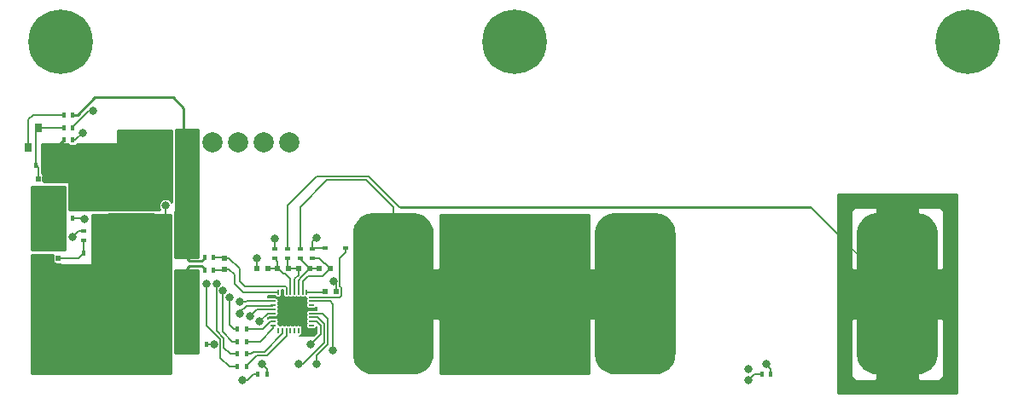
<source format=gtl>
G04 #@! TF.GenerationSoftware,KiCad,Pcbnew,5.0-dev-unknown-bc6763e~61~ubuntu16.04.1*
G04 #@! TF.CreationDate,2018-04-03T01:47:12-04:00*
G04 #@! TF.ProjectId,SB-4S5A,53422D345335412E6B696361645F7063,rev?*
G04 #@! TF.SameCoordinates,Original*
G04 #@! TF.FileFunction,Copper,L1,Top,Signal*
G04 #@! TF.FilePolarity,Positive*
%FSLAX46Y46*%
G04 Gerber Fmt 4.6, Leading zero omitted, Abs format (unit mm)*
G04 Created by KiCad (PCBNEW 5.0-dev-unknown-bc6763e~61~ubuntu16.04.1) date Tue Apr  3 01:47:12 2018*
%MOMM*%
%LPD*%
G01*
G04 APERTURE LIST*
%ADD10C,6.400000*%
%ADD11R,0.400000X0.600000*%
%ADD12C,0.100000*%
%ADD13C,8.000000*%
%ADD14R,0.600000X0.500000*%
%ADD15R,0.500000X0.600000*%
%ADD16R,0.600000X0.450000*%
%ADD17R,1.230000X0.950000*%
%ADD18R,0.500000X0.630000*%
%ADD19R,0.800000X0.900000*%
%ADD20R,0.600000X0.400000*%
%ADD21R,1.700000X0.900000*%
%ADD22O,0.200000X0.600000*%
%ADD23O,0.600000X0.200000*%
%ADD24R,1.400000X1.400000*%
%ADD25C,2.000000*%
%ADD26R,2.000000X2.000000*%
%ADD27C,0.800000*%
%ADD28C,0.200000*%
%ADD29C,0.250000*%
%ADD30C,0.254000*%
%ADD31C,0.160000*%
G04 APERTURE END LIST*
D10*
X75000000Y-65000000D03*
X120000000Y-65000000D03*
X165000000Y-65000000D03*
D11*
X88550000Y-95000000D03*
X89450000Y-95000000D03*
D12*
G36*
X160196034Y-82009631D02*
X160390181Y-82038429D01*
X160580569Y-82086119D01*
X160765367Y-82152241D01*
X160942793Y-82236157D01*
X161111140Y-82337061D01*
X161268787Y-82453979D01*
X161414214Y-82585786D01*
X161546021Y-82731213D01*
X161662939Y-82888860D01*
X161763843Y-83057207D01*
X161847759Y-83234633D01*
X161913881Y-83419431D01*
X161961571Y-83609819D01*
X161990369Y-83803966D01*
X162000000Y-84000000D01*
X162000000Y-96000000D01*
X161990369Y-96196034D01*
X161961571Y-96390181D01*
X161913881Y-96580569D01*
X161847759Y-96765367D01*
X161763843Y-96942793D01*
X161662939Y-97111140D01*
X161546021Y-97268787D01*
X161414214Y-97414214D01*
X161268787Y-97546021D01*
X161111140Y-97662939D01*
X160942793Y-97763843D01*
X160765367Y-97847759D01*
X160580569Y-97913881D01*
X160390181Y-97961571D01*
X160196034Y-97990369D01*
X160000000Y-98000000D01*
X156000000Y-98000000D01*
X155803966Y-97990369D01*
X155609819Y-97961571D01*
X155419431Y-97913881D01*
X155234633Y-97847759D01*
X155057207Y-97763843D01*
X154888860Y-97662939D01*
X154731213Y-97546021D01*
X154585786Y-97414214D01*
X154453979Y-97268787D01*
X154337061Y-97111140D01*
X154236157Y-96942793D01*
X154152241Y-96765367D01*
X154086119Y-96580569D01*
X154038429Y-96390181D01*
X154009631Y-96196034D01*
X154000000Y-96000000D01*
X154000000Y-84000000D01*
X154009631Y-83803966D01*
X154038429Y-83609819D01*
X154086119Y-83419431D01*
X154152241Y-83234633D01*
X154236157Y-83057207D01*
X154337061Y-82888860D01*
X154453979Y-82731213D01*
X154585786Y-82585786D01*
X154731213Y-82453979D01*
X154888860Y-82337061D01*
X155057207Y-82236157D01*
X155234633Y-82152241D01*
X155419431Y-82086119D01*
X155609819Y-82038429D01*
X155803966Y-82009631D01*
X156000000Y-82000000D01*
X160000000Y-82000000D01*
X160196034Y-82009631D01*
X160196034Y-82009631D01*
G37*
D13*
X158000000Y-90000000D03*
D12*
G36*
X134196034Y-82009631D02*
X134390181Y-82038429D01*
X134580569Y-82086119D01*
X134765367Y-82152241D01*
X134942793Y-82236157D01*
X135111140Y-82337061D01*
X135268787Y-82453979D01*
X135414214Y-82585786D01*
X135546021Y-82731213D01*
X135662939Y-82888860D01*
X135763843Y-83057207D01*
X135847759Y-83234633D01*
X135913881Y-83419431D01*
X135961571Y-83609819D01*
X135990369Y-83803966D01*
X136000000Y-84000000D01*
X136000000Y-96000000D01*
X135990369Y-96196034D01*
X135961571Y-96390181D01*
X135913881Y-96580569D01*
X135847759Y-96765367D01*
X135763843Y-96942793D01*
X135662939Y-97111140D01*
X135546021Y-97268787D01*
X135414214Y-97414214D01*
X135268787Y-97546021D01*
X135111140Y-97662939D01*
X134942793Y-97763843D01*
X134765367Y-97847759D01*
X134580569Y-97913881D01*
X134390181Y-97961571D01*
X134196034Y-97990369D01*
X134000000Y-98000000D01*
X130000000Y-98000000D01*
X129803966Y-97990369D01*
X129609819Y-97961571D01*
X129419431Y-97913881D01*
X129234633Y-97847759D01*
X129057207Y-97763843D01*
X128888860Y-97662939D01*
X128731213Y-97546021D01*
X128585786Y-97414214D01*
X128453979Y-97268787D01*
X128337061Y-97111140D01*
X128236157Y-96942793D01*
X128152241Y-96765367D01*
X128086119Y-96580569D01*
X128038429Y-96390181D01*
X128009631Y-96196034D01*
X128000000Y-96000000D01*
X128000000Y-84000000D01*
X128009631Y-83803966D01*
X128038429Y-83609819D01*
X128086119Y-83419431D01*
X128152241Y-83234633D01*
X128236157Y-83057207D01*
X128337061Y-82888860D01*
X128453979Y-82731213D01*
X128585786Y-82585786D01*
X128731213Y-82453979D01*
X128888860Y-82337061D01*
X129057207Y-82236157D01*
X129234633Y-82152241D01*
X129419431Y-82086119D01*
X129609819Y-82038429D01*
X129803966Y-82009631D01*
X130000000Y-82000000D01*
X134000000Y-82000000D01*
X134196034Y-82009631D01*
X134196034Y-82009631D01*
G37*
D13*
X132000000Y-90000000D03*
D12*
G36*
X110196034Y-82009631D02*
X110390181Y-82038429D01*
X110580569Y-82086119D01*
X110765367Y-82152241D01*
X110942793Y-82236157D01*
X111111140Y-82337061D01*
X111268787Y-82453979D01*
X111414214Y-82585786D01*
X111546021Y-82731213D01*
X111662939Y-82888860D01*
X111763843Y-83057207D01*
X111847759Y-83234633D01*
X111913881Y-83419431D01*
X111961571Y-83609819D01*
X111990369Y-83803966D01*
X112000000Y-84000000D01*
X112000000Y-96000000D01*
X111990369Y-96196034D01*
X111961571Y-96390181D01*
X111913881Y-96580569D01*
X111847759Y-96765367D01*
X111763843Y-96942793D01*
X111662939Y-97111140D01*
X111546021Y-97268787D01*
X111414214Y-97414214D01*
X111268787Y-97546021D01*
X111111140Y-97662939D01*
X110942793Y-97763843D01*
X110765367Y-97847759D01*
X110580569Y-97913881D01*
X110390181Y-97961571D01*
X110196034Y-97990369D01*
X110000000Y-98000000D01*
X106000000Y-98000000D01*
X105803966Y-97990369D01*
X105609819Y-97961571D01*
X105419431Y-97913881D01*
X105234633Y-97847759D01*
X105057207Y-97763843D01*
X104888860Y-97662939D01*
X104731213Y-97546021D01*
X104585786Y-97414214D01*
X104453979Y-97268787D01*
X104337061Y-97111140D01*
X104236157Y-96942793D01*
X104152241Y-96765367D01*
X104086119Y-96580569D01*
X104038429Y-96390181D01*
X104009631Y-96196034D01*
X104000000Y-96000000D01*
X104000000Y-84000000D01*
X104009631Y-83803966D01*
X104038429Y-83609819D01*
X104086119Y-83419431D01*
X104152241Y-83234633D01*
X104236157Y-83057207D01*
X104337061Y-82888860D01*
X104453979Y-82731213D01*
X104585786Y-82585786D01*
X104731213Y-82453979D01*
X104888860Y-82337061D01*
X105057207Y-82236157D01*
X105234633Y-82152241D01*
X105419431Y-82086119D01*
X105609819Y-82038429D01*
X105803966Y-82009631D01*
X106000000Y-82000000D01*
X110000000Y-82000000D01*
X110196034Y-82009631D01*
X110196034Y-82009631D01*
G37*
D13*
X108000000Y-90000000D03*
D12*
G36*
X84196034Y-82009631D02*
X84390181Y-82038429D01*
X84580569Y-82086119D01*
X84765367Y-82152241D01*
X84942793Y-82236157D01*
X85111140Y-82337061D01*
X85268787Y-82453979D01*
X85414214Y-82585786D01*
X85546021Y-82731213D01*
X85662939Y-82888860D01*
X85763843Y-83057207D01*
X85847759Y-83234633D01*
X85913881Y-83419431D01*
X85961571Y-83609819D01*
X85990369Y-83803966D01*
X86000000Y-84000000D01*
X86000000Y-96000000D01*
X85990369Y-96196034D01*
X85961571Y-96390181D01*
X85913881Y-96580569D01*
X85847759Y-96765367D01*
X85763843Y-96942793D01*
X85662939Y-97111140D01*
X85546021Y-97268787D01*
X85414214Y-97414214D01*
X85268787Y-97546021D01*
X85111140Y-97662939D01*
X84942793Y-97763843D01*
X84765367Y-97847759D01*
X84580569Y-97913881D01*
X84390181Y-97961571D01*
X84196034Y-97990369D01*
X84000000Y-98000000D01*
X80000000Y-98000000D01*
X79803966Y-97990369D01*
X79609819Y-97961571D01*
X79419431Y-97913881D01*
X79234633Y-97847759D01*
X79057207Y-97763843D01*
X78888860Y-97662939D01*
X78731213Y-97546021D01*
X78585786Y-97414214D01*
X78453979Y-97268787D01*
X78337061Y-97111140D01*
X78236157Y-96942793D01*
X78152241Y-96765367D01*
X78086119Y-96580569D01*
X78038429Y-96390181D01*
X78009631Y-96196034D01*
X78000000Y-96000000D01*
X78000000Y-84000000D01*
X78009631Y-83803966D01*
X78038429Y-83609819D01*
X78086119Y-83419431D01*
X78152241Y-83234633D01*
X78236157Y-83057207D01*
X78337061Y-82888860D01*
X78453979Y-82731213D01*
X78585786Y-82585786D01*
X78731213Y-82453979D01*
X78888860Y-82337061D01*
X79057207Y-82236157D01*
X79234633Y-82152241D01*
X79419431Y-82086119D01*
X79609819Y-82038429D01*
X79803966Y-82009631D01*
X80000000Y-82000000D01*
X84000000Y-82000000D01*
X84196034Y-82009631D01*
X84196034Y-82009631D01*
G37*
D13*
X82000000Y-90000000D03*
D14*
X101775000Y-87500000D03*
X100675000Y-87500000D03*
X98600000Y-87500000D03*
X99700000Y-87500000D03*
X96525000Y-87500000D03*
X97625000Y-87500000D03*
X95550000Y-87500000D03*
X94450000Y-87500000D03*
D15*
X91225000Y-87550000D03*
X91225000Y-86450000D03*
D14*
X101200000Y-89750000D03*
X102300000Y-89750000D03*
D16*
X101200000Y-85500000D03*
X103300000Y-85500000D03*
D17*
X73170000Y-85090000D03*
X74390000Y-85090000D03*
X73170000Y-84140000D03*
X74390000Y-84140000D03*
D18*
X72810000Y-83560000D03*
X73450000Y-83560000D03*
X74110000Y-83560000D03*
X74750000Y-83560000D03*
X74750000Y-86440000D03*
X74110000Y-86440000D03*
X73450000Y-86440000D03*
X72810000Y-86440000D03*
X74690000Y-78580000D03*
X74050000Y-78580000D03*
X73390000Y-78580000D03*
X72750000Y-78580000D03*
X72750000Y-81460000D03*
X73390000Y-81460000D03*
X74050000Y-81460000D03*
X74690000Y-81460000D03*
D17*
X73110000Y-80880000D03*
X74330000Y-80880000D03*
X73110000Y-79930000D03*
X74330000Y-79930000D03*
D19*
X72750000Y-73500000D03*
X73700000Y-75500000D03*
X71800000Y-75500000D03*
D20*
X100000000Y-85550000D03*
X100000000Y-86450000D03*
X98750000Y-86450000D03*
X98750000Y-85550000D03*
X97500000Y-85550000D03*
X97500000Y-86450000D03*
X96250000Y-86450000D03*
X96250000Y-85550000D03*
D11*
X89275000Y-87625000D03*
X90175000Y-87625000D03*
D21*
X87500000Y-88450000D03*
X87500000Y-85550000D03*
D11*
X90175000Y-86375000D03*
X89275000Y-86375000D03*
X78200000Y-86000000D03*
X77300000Y-86000000D03*
D20*
X77250000Y-83800000D03*
X77250000Y-84700000D03*
D11*
X75300000Y-82500000D03*
X76200000Y-82500000D03*
X72550000Y-77250000D03*
X73450000Y-77250000D03*
X76200000Y-73500000D03*
X75300000Y-73500000D03*
X76200000Y-72250000D03*
X75300000Y-72250000D03*
X76200000Y-74750000D03*
X75300000Y-74750000D03*
X92550000Y-96000000D03*
X93450000Y-96000000D03*
X93450000Y-97250000D03*
X92550000Y-97250000D03*
X94550000Y-98000000D03*
X95450000Y-98000000D03*
X145450000Y-98000000D03*
X144550000Y-98000000D03*
D22*
X99400000Y-89850000D03*
X99000000Y-89850000D03*
X98600000Y-89850000D03*
X98200000Y-89850000D03*
X97800000Y-89850000D03*
X97400000Y-89850000D03*
X97000000Y-89850000D03*
X96600000Y-89850000D03*
D23*
X96100000Y-90350000D03*
X96100000Y-90750000D03*
X96100000Y-91150000D03*
X96100000Y-91550000D03*
X96100000Y-91950000D03*
X96100000Y-92350000D03*
X96100000Y-92750000D03*
X96100000Y-93150000D03*
D22*
X96600000Y-93650000D03*
X97000000Y-93650000D03*
X97400000Y-93650000D03*
X97800000Y-93650000D03*
X98200000Y-93650000D03*
X98600000Y-93650000D03*
X99000000Y-93650000D03*
X99400000Y-93650000D03*
D23*
X99900000Y-93150000D03*
X99900000Y-92750000D03*
X99900000Y-92350000D03*
X99900000Y-91950000D03*
X99900000Y-91550000D03*
X99900000Y-91150000D03*
X99900000Y-90750000D03*
X99900000Y-90350000D03*
D24*
X98000000Y-91750000D03*
D11*
X92550000Y-93500000D03*
X93450000Y-93500000D03*
X93450000Y-94750000D03*
X92550000Y-94750000D03*
D25*
X97700000Y-75000000D03*
X95160000Y-75000000D03*
X92620000Y-75000000D03*
X90080000Y-75000000D03*
X87540000Y-75000000D03*
D26*
X85000000Y-75000000D03*
D27*
X90199990Y-95000000D03*
X102067992Y-88750000D03*
X85400000Y-81250000D03*
X100390104Y-84429149D03*
X153000000Y-85000000D03*
X145000000Y-97000000D03*
X95000000Y-97000000D03*
X94500000Y-86500000D03*
X98000000Y-91750000D03*
X92800000Y-90800000D03*
X93000000Y-98600000D03*
X143200000Y-98600000D03*
X92800000Y-92000000D03*
X93800000Y-92200000D03*
X143250000Y-97500000D03*
X94750000Y-92750000D03*
X153000000Y-98000000D03*
X153000000Y-97000000D03*
X153000000Y-96000000D03*
X153000000Y-95000000D03*
X153000000Y-94000000D03*
X153000000Y-93000000D03*
X153000000Y-92000000D03*
X153000000Y-91000000D03*
X153000000Y-90000000D03*
X153000000Y-89000000D03*
X153000000Y-88000000D03*
X153000000Y-87000000D03*
X153000000Y-86000000D03*
X153000000Y-84000000D03*
X153000000Y-83000000D03*
X153000000Y-82000000D03*
X154000000Y-81000000D03*
X155000000Y-81000000D03*
X156000000Y-81000000D03*
X157000000Y-81000000D03*
X158000000Y-81000000D03*
X159000000Y-81000000D03*
X160000000Y-81000000D03*
X161000000Y-81000000D03*
X162000000Y-81000000D03*
X163000000Y-82000000D03*
X163000000Y-83000000D03*
X163000000Y-84000000D03*
X163000000Y-85000000D03*
X163000000Y-86000000D03*
X163000000Y-87000000D03*
X163000000Y-88000000D03*
X163000000Y-89000000D03*
X163000000Y-90000000D03*
X163000000Y-91000000D03*
X163000000Y-92000000D03*
X163000000Y-93000000D03*
X163000000Y-94000000D03*
X163000000Y-95000000D03*
X163000000Y-96000000D03*
X163000000Y-97000000D03*
X163000000Y-98000000D03*
X162000000Y-99000000D03*
X161000000Y-99000000D03*
X160000000Y-99000000D03*
X159000000Y-99000000D03*
X158000000Y-99000000D03*
X157000000Y-99000000D03*
X156000000Y-99000000D03*
X155000000Y-99000000D03*
X154000000Y-99000000D03*
X96200000Y-84550000D03*
X88250000Y-94000000D03*
X88250000Y-93000000D03*
X88250000Y-92000000D03*
X88250000Y-91000000D03*
X88250000Y-90000000D03*
X86750000Y-90000000D03*
X86750000Y-91000000D03*
X86750000Y-92000000D03*
X86750000Y-93000000D03*
X86750000Y-94000000D03*
X86750000Y-95000000D03*
X87500000Y-89250000D03*
X90450000Y-89000000D03*
X89500000Y-89000000D03*
X91100000Y-89700000D03*
X91750000Y-90400000D03*
X102000000Y-95600000D03*
X76200000Y-84400000D03*
X99800000Y-95000000D03*
X77400000Y-82600000D03*
X100400000Y-97000000D03*
X78200000Y-71800000D03*
X77200000Y-74000000D03*
X98600000Y-97000000D03*
D28*
X89450000Y-95000000D02*
X90199990Y-95000000D01*
X102300000Y-89750000D02*
X102300000Y-88982008D01*
X102300000Y-88982008D02*
X102067992Y-88750000D01*
D29*
X78400000Y-70500000D02*
X86140000Y-70500000D01*
X86140000Y-70500000D02*
X87190000Y-71550000D01*
D28*
X96100000Y-91950000D02*
X95550000Y-91950000D01*
X95550000Y-91950000D02*
X94750000Y-92750000D01*
X101425000Y-78725000D02*
X98750000Y-81400000D01*
X98750000Y-81400000D02*
X98750000Y-85150000D01*
X105300000Y-78725000D02*
X108000000Y-81425000D01*
X108000000Y-81425000D02*
X108000000Y-90000000D01*
X101425000Y-78725000D02*
X105300000Y-78725000D01*
X98750000Y-85550000D02*
X98750000Y-85150000D01*
X85400000Y-81250000D02*
X85400000Y-86600000D01*
X85400000Y-86600000D02*
X82000000Y-90000000D01*
X100000000Y-85550000D02*
X100000000Y-84819253D01*
X100000000Y-84819253D02*
X100390104Y-84429149D01*
X100405020Y-78324990D02*
X97500000Y-81230010D01*
X97500000Y-81230010D02*
X97500000Y-84980010D01*
X100405020Y-78324990D02*
X105524990Y-78324990D01*
X105524990Y-78324990D02*
X108600000Y-81400000D01*
X97500000Y-85550000D02*
X97500000Y-84980010D01*
D29*
X149400000Y-81400000D02*
X108700000Y-81400000D01*
D28*
X145450000Y-98000000D02*
X145450000Y-97450000D01*
X145450000Y-97450000D02*
X145000000Y-97000000D01*
X95450000Y-98000000D02*
X95450000Y-97450000D01*
X95450000Y-97450000D02*
X95000000Y-97000000D01*
X94450000Y-87500000D02*
X94450000Y-86550000D01*
X94450000Y-86550000D02*
X94500000Y-86500000D01*
D29*
X73700000Y-75500000D02*
X74550000Y-75500000D01*
X74550000Y-75500000D02*
X75300000Y-74750000D01*
D28*
X71800000Y-72700000D02*
X72250000Y-72250000D01*
X72250000Y-72250000D02*
X75300000Y-72250000D01*
X71800000Y-75500000D02*
X71800000Y-72700000D01*
D29*
X87750000Y-86750000D02*
X87500000Y-86500000D01*
X87500000Y-86500000D02*
X87500000Y-85550000D01*
X89000000Y-86750000D02*
X87750000Y-86750000D01*
X89275000Y-86475000D02*
X89000000Y-86750000D01*
X89275000Y-86375000D02*
X89275000Y-86475000D01*
X87190000Y-71550000D02*
X87190000Y-74000000D01*
X76200000Y-72250000D02*
X76650000Y-72250000D01*
X76650000Y-72250000D02*
X78400000Y-70500000D01*
D28*
X92800000Y-90800000D02*
X93365685Y-90800000D01*
X93365685Y-90800000D02*
X93415685Y-90750000D01*
X93415685Y-90750000D02*
X95600000Y-90750000D01*
X95600000Y-90750000D02*
X96100000Y-90750000D01*
X93550000Y-98600000D02*
X93000000Y-98600000D01*
X94550000Y-98000000D02*
X94150000Y-98000000D01*
X94150000Y-98000000D02*
X93550000Y-98600000D01*
X144550000Y-98000000D02*
X143800000Y-98000000D01*
X143800000Y-98000000D02*
X143200000Y-98600000D01*
X93410010Y-91189990D02*
X92800000Y-91800000D01*
X92800000Y-91800000D02*
X92800000Y-92000000D01*
X96100000Y-91150000D02*
X96050000Y-91150000D01*
X96050000Y-91150000D02*
X96010010Y-91189990D01*
X96010010Y-91189990D02*
X93410010Y-91189990D01*
X96100000Y-91550000D02*
X94450000Y-91550000D01*
X94450000Y-91550000D02*
X93800000Y-92200000D01*
X101200000Y-85500000D02*
X100050000Y-85500000D01*
X100050000Y-85500000D02*
X100000000Y-85550000D01*
X149400000Y-81400000D02*
X158000000Y-90000000D01*
X96250000Y-85550000D02*
X96250000Y-84600000D01*
X96250000Y-84600000D02*
X96200000Y-84550000D01*
D29*
X89275000Y-87625000D02*
X89275000Y-87525000D01*
X89275000Y-87525000D02*
X89000000Y-87250000D01*
X87750000Y-87250000D02*
X89000000Y-87250000D01*
X87500000Y-87500000D02*
X87750000Y-87250000D01*
X87500000Y-88450000D02*
X87500000Y-87500000D01*
D28*
X99000000Y-89850000D02*
X99000000Y-88759131D01*
X101000000Y-88250000D02*
X101000000Y-88225000D01*
X99509130Y-88250000D02*
X101000000Y-88250000D01*
X99000000Y-88759131D02*
X99509130Y-88250000D01*
X101000000Y-88225000D02*
X101725000Y-87500000D01*
X101193002Y-87000000D02*
X101225000Y-87000000D01*
X101225000Y-87000000D02*
X101725000Y-87500000D01*
X101725000Y-87500000D02*
X101775000Y-87500000D01*
X100000000Y-86450000D02*
X100643002Y-86450000D01*
X100643002Y-86450000D02*
X101193002Y-87000000D01*
X98600000Y-89850000D02*
X98600000Y-88650000D01*
X98600000Y-88650000D02*
X98879989Y-88370011D01*
X98750000Y-86450000D02*
X98750000Y-86550000D01*
X98750000Y-86550000D02*
X99700000Y-87500000D01*
X98879989Y-88370011D02*
X99750000Y-87500000D01*
X99700000Y-87500000D02*
X100675000Y-87500000D01*
X98200000Y-88550000D02*
X98200000Y-89850000D01*
X98200000Y-88550000D02*
X98600000Y-88150000D01*
X98600000Y-88150000D02*
X98600000Y-87500000D01*
X97500000Y-86450000D02*
X97500000Y-87375000D01*
X97500000Y-87375000D02*
X97625000Y-87500000D01*
X97625000Y-87500000D02*
X98600000Y-87500000D01*
X97575000Y-87500000D02*
X97625000Y-87500000D01*
X97800000Y-89850000D02*
X97800000Y-88550000D01*
X96525000Y-87500000D02*
X96575000Y-87500000D01*
X96575000Y-87500000D02*
X97075000Y-88000000D01*
X97075000Y-88000000D02*
X97250000Y-88000000D01*
X97800000Y-88550000D02*
X97250000Y-88000000D01*
X96250000Y-86500000D02*
X96525000Y-86775000D01*
X96525000Y-86775000D02*
X96525000Y-87500000D01*
X96250000Y-86450000D02*
X96250000Y-86500000D01*
X95550000Y-87500000D02*
X96525000Y-87500000D01*
X92250000Y-89000000D02*
X93100000Y-89850000D01*
X93100000Y-89850000D02*
X96600000Y-89850000D01*
X92250000Y-88125000D02*
X92250000Y-89000000D01*
X91225000Y-87550000D02*
X91675000Y-87550000D01*
X91675000Y-87550000D02*
X92250000Y-88125000D01*
X90175000Y-87625000D02*
X91150000Y-87625000D01*
X91150000Y-87625000D02*
X91225000Y-87550000D01*
X92750000Y-87525000D02*
X92750000Y-88750000D01*
X91675000Y-86450000D02*
X92750000Y-87525000D01*
X91225000Y-86450000D02*
X91675000Y-86450000D01*
X97400000Y-89350000D02*
X97400000Y-89850000D01*
X92750000Y-88750000D02*
X93250000Y-89250000D01*
X93250000Y-89250000D02*
X97300000Y-89250000D01*
X97300000Y-89250000D02*
X97400000Y-89350000D01*
X90175000Y-86375000D02*
X91150000Y-86375000D01*
X91150000Y-86375000D02*
X91225000Y-86450000D01*
X99400000Y-89850000D02*
X101100000Y-89850000D01*
X101100000Y-89850000D02*
X101200000Y-89750000D01*
X102850001Y-90218001D02*
X102850001Y-89381998D01*
X102718002Y-90350000D02*
X102850001Y-90218001D01*
X102850001Y-89381998D02*
X102718002Y-89249999D01*
X102718002Y-86506998D02*
X103300000Y-85925000D01*
X99900000Y-90350000D02*
X102718002Y-90350000D01*
X102718002Y-89249999D02*
X102718002Y-86506998D01*
X103300000Y-85925000D02*
X103300000Y-85500000D01*
X91200000Y-95400000D02*
X91800000Y-96000000D01*
X91800000Y-96000000D02*
X92550000Y-96000000D01*
X91200000Y-94400000D02*
X91200000Y-95400000D01*
X90450000Y-93650000D02*
X91200000Y-94400000D01*
X90450000Y-89000000D02*
X90450000Y-93650000D01*
X92550000Y-96000000D02*
X92550000Y-96100000D01*
X90850000Y-96350000D02*
X91750000Y-97250000D01*
X91750000Y-97250000D02*
X92550000Y-97250000D01*
X90850000Y-94550000D02*
X90850000Y-96350000D01*
X89500000Y-93200000D02*
X90850000Y-94550000D01*
X89500000Y-89000000D02*
X89500000Y-93200000D01*
X91100000Y-93800000D02*
X92050000Y-94750000D01*
X92050000Y-94750000D02*
X92550000Y-94750000D01*
X91100000Y-89700000D02*
X91100000Y-93800000D01*
X92550000Y-94750000D02*
X92550000Y-94650000D01*
X91750000Y-90400000D02*
X91750000Y-93100000D01*
X91750000Y-93100000D02*
X92150000Y-93500000D01*
X92150000Y-93500000D02*
X92550000Y-93500000D01*
X77300000Y-86000000D02*
X77300000Y-84750000D01*
X77300000Y-84750000D02*
X77250000Y-84700000D01*
X74750000Y-86440000D02*
X76810000Y-86440000D01*
X76810000Y-86440000D02*
X77250000Y-86000000D01*
X72750000Y-78580000D02*
X72750000Y-77450000D01*
X72750000Y-77450000D02*
X72550000Y-77250000D01*
X72550000Y-77250000D02*
X72550000Y-73700000D01*
X72550000Y-73700000D02*
X72750000Y-73500000D01*
X75300000Y-73500000D02*
X72750000Y-73500000D01*
X102000000Y-95600000D02*
X102034315Y-91010000D01*
X102034315Y-91010000D02*
X101774315Y-90750000D01*
X101774315Y-90750000D02*
X100400000Y-90750000D01*
X100400000Y-90750000D02*
X99900000Y-90750000D01*
X77250000Y-83800000D02*
X76800000Y-83800000D01*
X76800000Y-83800000D02*
X76200000Y-84400000D01*
X100800000Y-93150000D02*
X100800000Y-94000000D01*
X100800000Y-94000000D02*
X99800000Y-95000000D01*
X99900000Y-92750000D02*
X100400000Y-92750000D01*
X100400000Y-92750000D02*
X100800000Y-93150000D01*
X76200000Y-82500000D02*
X77300000Y-82500000D01*
X77300000Y-82500000D02*
X77400000Y-82600000D01*
X101520020Y-92520020D02*
X100950000Y-91950000D01*
X100950000Y-91950000D02*
X99900000Y-91950000D01*
X100400000Y-97000000D02*
X100400000Y-96109127D01*
X100400000Y-96109127D02*
X101520020Y-94989107D01*
X101520020Y-94989107D02*
X101520020Y-92520020D01*
X76200000Y-73500000D02*
X76200000Y-73400000D01*
X76200000Y-73400000D02*
X77800000Y-71800000D01*
X77800000Y-71800000D02*
X78200000Y-71800000D01*
X76200000Y-74750000D02*
X76450000Y-74750000D01*
X76450000Y-74750000D02*
X77200000Y-74000000D01*
X101160010Y-94839990D02*
X99000000Y-97000000D01*
X99000000Y-97000000D02*
X98600000Y-97000000D01*
X99900000Y-92350000D02*
X100509130Y-92350000D01*
X100509130Y-92350000D02*
X101160010Y-93000879D01*
X101160010Y-93000879D02*
X101160010Y-94839990D01*
X97400000Y-93650000D02*
X97400000Y-94150000D01*
X97400000Y-94150000D02*
X95449989Y-96100011D01*
X94499989Y-96100011D02*
X93450000Y-97150000D01*
X93450000Y-97150000D02*
X93450000Y-97250000D01*
X95449989Y-96100011D02*
X94499989Y-96100011D01*
X95194988Y-95750000D02*
X94100000Y-95750000D01*
X94100000Y-95750000D02*
X93850000Y-96000000D01*
X93850000Y-96000000D02*
X93450000Y-96000000D01*
X97000000Y-93944988D02*
X95194988Y-95750000D01*
X97000000Y-93650000D02*
X97000000Y-93944988D01*
X93450000Y-93500000D02*
X95055012Y-93500000D01*
X95055012Y-93500000D02*
X95805012Y-92750000D01*
X95805012Y-92750000D02*
X96100000Y-92750000D01*
X93500000Y-93550000D02*
X93450000Y-93500000D01*
X96100000Y-93150000D02*
X96100000Y-93450000D01*
X94800000Y-94750000D02*
X93850000Y-94750000D01*
X96100000Y-93450000D02*
X94800000Y-94750000D01*
X93850000Y-94750000D02*
X93450000Y-94750000D01*
D30*
G36*
X127365000Y-87468250D02*
X127523750Y-87627000D01*
X130000000Y-87627000D01*
X130000000Y-87607000D01*
X134000000Y-87607000D01*
X134000000Y-87627000D01*
X134393000Y-87627000D01*
X134393000Y-92373000D01*
X134000000Y-92373000D01*
X134000000Y-92393000D01*
X130000000Y-92393000D01*
X130000000Y-92373000D01*
X127523750Y-92373000D01*
X127365000Y-92531750D01*
X127365000Y-97873000D01*
X112635000Y-97873000D01*
X112635000Y-92531750D01*
X112476250Y-92373000D01*
X110000000Y-92373000D01*
X110000000Y-92393000D01*
X106000000Y-92393000D01*
X106000000Y-92373000D01*
X105607000Y-92373000D01*
X105607000Y-87627000D01*
X106000000Y-87627000D01*
X106000000Y-87607000D01*
X110000000Y-87607000D01*
X110000000Y-87627000D01*
X112476250Y-87627000D01*
X112635000Y-87468250D01*
X112635000Y-82127000D01*
X127365000Y-82127000D01*
X127365000Y-87468250D01*
X127365000Y-87468250D01*
G37*
X127365000Y-87468250D02*
X127523750Y-87627000D01*
X130000000Y-87627000D01*
X130000000Y-87607000D01*
X134000000Y-87607000D01*
X134000000Y-87627000D01*
X134393000Y-87627000D01*
X134393000Y-92373000D01*
X134000000Y-92373000D01*
X134000000Y-92393000D01*
X130000000Y-92393000D01*
X130000000Y-92373000D01*
X127523750Y-92373000D01*
X127365000Y-92531750D01*
X127365000Y-97873000D01*
X112635000Y-97873000D01*
X112635000Y-92531750D01*
X112476250Y-92373000D01*
X110000000Y-92373000D01*
X110000000Y-92393000D01*
X106000000Y-92393000D01*
X106000000Y-92373000D01*
X105607000Y-92373000D01*
X105607000Y-87627000D01*
X106000000Y-87627000D01*
X106000000Y-87607000D01*
X110000000Y-87607000D01*
X110000000Y-87627000D01*
X112476250Y-87627000D01*
X112635000Y-87468250D01*
X112635000Y-82127000D01*
X127365000Y-82127000D01*
X127365000Y-87468250D01*
G36*
X163873000Y-99873000D02*
X152127000Y-99873000D01*
X152127000Y-92531750D01*
X153365000Y-92531750D01*
X153365000Y-98126310D01*
X153461673Y-98359699D01*
X153640302Y-98538327D01*
X153873691Y-98635000D01*
X155841250Y-98635000D01*
X156000000Y-98476250D01*
X156000000Y-92373000D01*
X160000000Y-92373000D01*
X160000000Y-98476250D01*
X160158750Y-98635000D01*
X162126309Y-98635000D01*
X162359698Y-98538327D01*
X162538327Y-98359699D01*
X162635000Y-98126310D01*
X162635000Y-92531750D01*
X162476250Y-92373000D01*
X160000000Y-92373000D01*
X156000000Y-92373000D01*
X153523750Y-92373000D01*
X153365000Y-92531750D01*
X152127000Y-92531750D01*
X152127000Y-81873690D01*
X153365000Y-81873690D01*
X153365000Y-87468250D01*
X153523750Y-87627000D01*
X156000000Y-87627000D01*
X156000000Y-81523750D01*
X160000000Y-81523750D01*
X160000000Y-87627000D01*
X162476250Y-87627000D01*
X162635000Y-87468250D01*
X162635000Y-81873690D01*
X162538327Y-81640301D01*
X162359698Y-81461673D01*
X162126309Y-81365000D01*
X160158750Y-81365000D01*
X160000000Y-81523750D01*
X156000000Y-81523750D01*
X155841250Y-81365000D01*
X153873691Y-81365000D01*
X153640302Y-81461673D01*
X153461673Y-81640301D01*
X153365000Y-81873690D01*
X152127000Y-81873690D01*
X152127000Y-80127000D01*
X163873000Y-80127000D01*
X163873000Y-99873000D01*
X163873000Y-99873000D01*
G37*
X163873000Y-99873000D02*
X152127000Y-99873000D01*
X152127000Y-92531750D01*
X153365000Y-92531750D01*
X153365000Y-98126310D01*
X153461673Y-98359699D01*
X153640302Y-98538327D01*
X153873691Y-98635000D01*
X155841250Y-98635000D01*
X156000000Y-98476250D01*
X156000000Y-92373000D01*
X160000000Y-92373000D01*
X160000000Y-98476250D01*
X160158750Y-98635000D01*
X162126309Y-98635000D01*
X162359698Y-98538327D01*
X162538327Y-98359699D01*
X162635000Y-98126310D01*
X162635000Y-92531750D01*
X162476250Y-92373000D01*
X160000000Y-92373000D01*
X156000000Y-92373000D01*
X153523750Y-92373000D01*
X153365000Y-92531750D01*
X152127000Y-92531750D01*
X152127000Y-81873690D01*
X153365000Y-81873690D01*
X153365000Y-87468250D01*
X153523750Y-87627000D01*
X156000000Y-87627000D01*
X156000000Y-81523750D01*
X160000000Y-81523750D01*
X160000000Y-87627000D01*
X162476250Y-87627000D01*
X162635000Y-87468250D01*
X162635000Y-81873690D01*
X162538327Y-81640301D01*
X162359698Y-81461673D01*
X162126309Y-81365000D01*
X160158750Y-81365000D01*
X160000000Y-81523750D01*
X156000000Y-81523750D01*
X155841250Y-81365000D01*
X153873691Y-81365000D01*
X153640302Y-81461673D01*
X153461673Y-81640301D01*
X153365000Y-81873690D01*
X152127000Y-81873690D01*
X152127000Y-80127000D01*
X163873000Y-80127000D01*
X163873000Y-99873000D01*
G36*
X85873000Y-97873000D02*
X72127000Y-97873000D01*
X72127000Y-86127000D01*
X74207378Y-86127000D01*
X74207378Y-86755000D01*
X74229653Y-86866982D01*
X74293085Y-86961915D01*
X74388018Y-87025347D01*
X74500000Y-87047622D01*
X74882472Y-87047622D01*
X74882667Y-87048601D01*
X74910197Y-87089803D01*
X74951399Y-87117333D01*
X75000000Y-87127000D01*
X78000000Y-87127000D01*
X78048601Y-87117333D01*
X78089803Y-87089803D01*
X78117333Y-87048601D01*
X78127000Y-87000000D01*
X78127000Y-82127000D01*
X85873000Y-82127000D01*
X85873000Y-97873000D01*
X85873000Y-97873000D01*
G37*
X85873000Y-97873000D02*
X72127000Y-97873000D01*
X72127000Y-86127000D01*
X74207378Y-86127000D01*
X74207378Y-86755000D01*
X74229653Y-86866982D01*
X74293085Y-86961915D01*
X74388018Y-87025347D01*
X74500000Y-87047622D01*
X74882472Y-87047622D01*
X74882667Y-87048601D01*
X74910197Y-87089803D01*
X74951399Y-87117333D01*
X75000000Y-87127000D01*
X78000000Y-87127000D01*
X78048601Y-87117333D01*
X78089803Y-87089803D01*
X78117333Y-87048601D01*
X78127000Y-87000000D01*
X78127000Y-82127000D01*
X85873000Y-82127000D01*
X85873000Y-97873000D01*
G36*
X88623000Y-86373000D02*
X86377000Y-86373000D01*
X86377000Y-81800272D01*
X86387000Y-81750000D01*
X86387000Y-73727000D01*
X88623000Y-73727000D01*
X88623000Y-86373000D01*
X88623000Y-86373000D01*
G37*
X88623000Y-86373000D02*
X86377000Y-86373000D01*
X86377000Y-81800272D01*
X86387000Y-81750000D01*
X86387000Y-73727000D01*
X88623000Y-73727000D01*
X88623000Y-86373000D01*
G36*
X75373000Y-85623000D02*
X72127000Y-85623000D01*
X72127000Y-79377000D01*
X75373000Y-79377000D01*
X75373000Y-85623000D01*
X75373000Y-85623000D01*
G37*
X75373000Y-85623000D02*
X72127000Y-85623000D01*
X72127000Y-79377000D01*
X75373000Y-79377000D01*
X75373000Y-85623000D01*
G36*
X88623000Y-95873000D02*
X86377000Y-95873000D01*
X86377000Y-87627000D01*
X88623000Y-87627000D01*
X88623000Y-95873000D01*
X88623000Y-95873000D01*
G37*
X88623000Y-95873000D02*
X86377000Y-95873000D01*
X86377000Y-87627000D01*
X88623000Y-87627000D01*
X88623000Y-95873000D01*
D31*
G36*
X97060001Y-89616516D02*
X97060000Y-89616519D01*
X97060000Y-90083482D01*
X97079729Y-90182661D01*
X97154875Y-90295126D01*
X97267340Y-90370272D01*
X97400000Y-90396660D01*
X97532661Y-90370272D01*
X97600001Y-90325278D01*
X97667340Y-90370272D01*
X97800000Y-90396660D01*
X97932661Y-90370272D01*
X98000001Y-90325278D01*
X98067340Y-90370272D01*
X98200000Y-90396660D01*
X98332661Y-90370272D01*
X98400001Y-90325278D01*
X98467340Y-90370272D01*
X98600000Y-90396660D01*
X98732661Y-90370272D01*
X98800001Y-90325278D01*
X98867340Y-90370272D01*
X99000000Y-90396660D01*
X99132661Y-90370272D01*
X99200001Y-90325278D01*
X99267340Y-90370272D01*
X99361081Y-90388919D01*
X99379728Y-90482661D01*
X99424722Y-90550000D01*
X99379728Y-90617339D01*
X99353340Y-90750000D01*
X99379728Y-90882661D01*
X99424722Y-90950000D01*
X99379728Y-91017339D01*
X99353340Y-91150000D01*
X99379728Y-91282661D01*
X99454874Y-91395126D01*
X99567339Y-91470272D01*
X99666518Y-91490000D01*
X100133482Y-91490000D01*
X100232661Y-91470272D01*
X100345126Y-91395126D01*
X100420000Y-91283068D01*
X100420000Y-91610000D01*
X99666518Y-91610000D01*
X99567339Y-91629728D01*
X99454874Y-91704874D01*
X99379728Y-91817339D01*
X99353340Y-91950000D01*
X99379728Y-92082661D01*
X99424722Y-92150000D01*
X99379728Y-92217339D01*
X99353340Y-92350000D01*
X99379728Y-92482661D01*
X99424722Y-92550000D01*
X99379728Y-92617339D01*
X99353340Y-92750000D01*
X99379728Y-92882661D01*
X99424722Y-92950000D01*
X99379728Y-93017339D01*
X99353340Y-93150000D01*
X99379728Y-93282661D01*
X99454874Y-93395126D01*
X99567339Y-93470272D01*
X99666518Y-93490000D01*
X100133482Y-93490000D01*
X100232661Y-93470272D01*
X100345126Y-93395126D01*
X100420000Y-93283068D01*
X100420000Y-93899168D01*
X100149169Y-94170000D01*
X98733068Y-94170000D01*
X98845126Y-94095126D01*
X98920272Y-93982661D01*
X98940000Y-93883482D01*
X98940000Y-93416518D01*
X98920272Y-93317339D01*
X98845125Y-93204874D01*
X98732660Y-93129728D01*
X98600000Y-93103340D01*
X98467339Y-93129728D01*
X98400000Y-93174723D01*
X98332660Y-93129728D01*
X98200000Y-93103340D01*
X98067339Y-93129728D01*
X98000000Y-93174723D01*
X97932660Y-93129728D01*
X97800000Y-93103340D01*
X97667339Y-93129728D01*
X97600000Y-93174723D01*
X97532660Y-93129728D01*
X97400000Y-93103340D01*
X97267339Y-93129728D01*
X97200000Y-93174723D01*
X97132660Y-93129728D01*
X97000000Y-93103340D01*
X96867339Y-93129728D01*
X96800000Y-93174723D01*
X96732660Y-93129728D01*
X96638919Y-93111081D01*
X96620272Y-93017339D01*
X96575278Y-92950000D01*
X96620272Y-92882661D01*
X96646660Y-92750000D01*
X96620272Y-92617339D01*
X96545126Y-92504874D01*
X96432661Y-92429728D01*
X96333482Y-92410000D01*
X95838492Y-92410000D01*
X95805011Y-92403340D01*
X95771530Y-92410000D01*
X95672351Y-92429728D01*
X95580000Y-92491434D01*
X95580000Y-92400832D01*
X95690832Y-92290000D01*
X96333482Y-92290000D01*
X96432661Y-92270272D01*
X96545126Y-92195126D01*
X96620272Y-92082661D01*
X96646660Y-91950000D01*
X96620272Y-91817339D01*
X96575278Y-91750000D01*
X96620272Y-91682661D01*
X96646660Y-91550000D01*
X96620272Y-91417339D01*
X96575278Y-91350000D01*
X96620272Y-91282661D01*
X96646660Y-91150000D01*
X96620272Y-91017339D01*
X96575278Y-90950000D01*
X96620272Y-90882661D01*
X96646660Y-90750000D01*
X96620272Y-90617339D01*
X96545126Y-90504874D01*
X96432661Y-90429728D01*
X96333482Y-90410000D01*
X95580000Y-90410000D01*
X95580000Y-90190000D01*
X96284633Y-90190000D01*
X96354875Y-90295126D01*
X96467340Y-90370272D01*
X96600000Y-90396660D01*
X96732661Y-90370272D01*
X96845126Y-90295126D01*
X96920272Y-90182661D01*
X96940000Y-90083482D01*
X96940000Y-89883481D01*
X96946660Y-89850000D01*
X96940000Y-89816518D01*
X96940000Y-89616518D01*
X96934725Y-89590000D01*
X97060000Y-89590000D01*
X97060001Y-89616516D01*
X97060001Y-89616516D01*
G37*
X97060001Y-89616516D02*
X97060000Y-89616519D01*
X97060000Y-90083482D01*
X97079729Y-90182661D01*
X97154875Y-90295126D01*
X97267340Y-90370272D01*
X97400000Y-90396660D01*
X97532661Y-90370272D01*
X97600001Y-90325278D01*
X97667340Y-90370272D01*
X97800000Y-90396660D01*
X97932661Y-90370272D01*
X98000001Y-90325278D01*
X98067340Y-90370272D01*
X98200000Y-90396660D01*
X98332661Y-90370272D01*
X98400001Y-90325278D01*
X98467340Y-90370272D01*
X98600000Y-90396660D01*
X98732661Y-90370272D01*
X98800001Y-90325278D01*
X98867340Y-90370272D01*
X99000000Y-90396660D01*
X99132661Y-90370272D01*
X99200001Y-90325278D01*
X99267340Y-90370272D01*
X99361081Y-90388919D01*
X99379728Y-90482661D01*
X99424722Y-90550000D01*
X99379728Y-90617339D01*
X99353340Y-90750000D01*
X99379728Y-90882661D01*
X99424722Y-90950000D01*
X99379728Y-91017339D01*
X99353340Y-91150000D01*
X99379728Y-91282661D01*
X99454874Y-91395126D01*
X99567339Y-91470272D01*
X99666518Y-91490000D01*
X100133482Y-91490000D01*
X100232661Y-91470272D01*
X100345126Y-91395126D01*
X100420000Y-91283068D01*
X100420000Y-91610000D01*
X99666518Y-91610000D01*
X99567339Y-91629728D01*
X99454874Y-91704874D01*
X99379728Y-91817339D01*
X99353340Y-91950000D01*
X99379728Y-92082661D01*
X99424722Y-92150000D01*
X99379728Y-92217339D01*
X99353340Y-92350000D01*
X99379728Y-92482661D01*
X99424722Y-92550000D01*
X99379728Y-92617339D01*
X99353340Y-92750000D01*
X99379728Y-92882661D01*
X99424722Y-92950000D01*
X99379728Y-93017339D01*
X99353340Y-93150000D01*
X99379728Y-93282661D01*
X99454874Y-93395126D01*
X99567339Y-93470272D01*
X99666518Y-93490000D01*
X100133482Y-93490000D01*
X100232661Y-93470272D01*
X100345126Y-93395126D01*
X100420000Y-93283068D01*
X100420000Y-93899168D01*
X100149169Y-94170000D01*
X98733068Y-94170000D01*
X98845126Y-94095126D01*
X98920272Y-93982661D01*
X98940000Y-93883482D01*
X98940000Y-93416518D01*
X98920272Y-93317339D01*
X98845125Y-93204874D01*
X98732660Y-93129728D01*
X98600000Y-93103340D01*
X98467339Y-93129728D01*
X98400000Y-93174723D01*
X98332660Y-93129728D01*
X98200000Y-93103340D01*
X98067339Y-93129728D01*
X98000000Y-93174723D01*
X97932660Y-93129728D01*
X97800000Y-93103340D01*
X97667339Y-93129728D01*
X97600000Y-93174723D01*
X97532660Y-93129728D01*
X97400000Y-93103340D01*
X97267339Y-93129728D01*
X97200000Y-93174723D01*
X97132660Y-93129728D01*
X97000000Y-93103340D01*
X96867339Y-93129728D01*
X96800000Y-93174723D01*
X96732660Y-93129728D01*
X96638919Y-93111081D01*
X96620272Y-93017339D01*
X96575278Y-92950000D01*
X96620272Y-92882661D01*
X96646660Y-92750000D01*
X96620272Y-92617339D01*
X96545126Y-92504874D01*
X96432661Y-92429728D01*
X96333482Y-92410000D01*
X95838492Y-92410000D01*
X95805011Y-92403340D01*
X95771530Y-92410000D01*
X95672351Y-92429728D01*
X95580000Y-92491434D01*
X95580000Y-92400832D01*
X95690832Y-92290000D01*
X96333482Y-92290000D01*
X96432661Y-92270272D01*
X96545126Y-92195126D01*
X96620272Y-92082661D01*
X96646660Y-91950000D01*
X96620272Y-91817339D01*
X96575278Y-91750000D01*
X96620272Y-91682661D01*
X96646660Y-91550000D01*
X96620272Y-91417339D01*
X96575278Y-91350000D01*
X96620272Y-91282661D01*
X96646660Y-91150000D01*
X96620272Y-91017339D01*
X96575278Y-90950000D01*
X96620272Y-90882661D01*
X96646660Y-90750000D01*
X96620272Y-90617339D01*
X96545126Y-90504874D01*
X96432661Y-90429728D01*
X96333482Y-90410000D01*
X95580000Y-90410000D01*
X95580000Y-90190000D01*
X96284633Y-90190000D01*
X96354875Y-90295126D01*
X96467340Y-90370272D01*
X96600000Y-90396660D01*
X96732661Y-90370272D01*
X96845126Y-90295126D01*
X96920272Y-90182661D01*
X96940000Y-90083482D01*
X96940000Y-89883481D01*
X96946660Y-89850000D01*
X96940000Y-89816518D01*
X96940000Y-89616518D01*
X96934725Y-89590000D01*
X97060000Y-89590000D01*
X97060001Y-89616516D01*
D30*
G36*
X85973000Y-80851436D02*
X85789154Y-80667590D01*
X85536653Y-80563000D01*
X85263347Y-80563000D01*
X85010846Y-80667590D01*
X84817590Y-80860846D01*
X84713000Y-81113347D01*
X84713000Y-81386653D01*
X84810899Y-81623000D01*
X75877000Y-81623000D01*
X75877000Y-79000000D01*
X75867333Y-78951399D01*
X75839803Y-78910197D01*
X75798601Y-78882667D01*
X75750000Y-78873000D01*
X73292622Y-78873000D01*
X73292622Y-78265000D01*
X73270347Y-78153018D01*
X73206915Y-78058085D01*
X73137000Y-78011369D01*
X73137000Y-77488112D01*
X73144581Y-77450000D01*
X73127000Y-77361616D01*
X73127000Y-75127000D01*
X75722695Y-75127000D01*
X75729653Y-75161982D01*
X75793085Y-75256915D01*
X75888018Y-75320347D01*
X76000000Y-75342622D01*
X76400000Y-75342622D01*
X76511982Y-75320347D01*
X76606915Y-75256915D01*
X76670347Y-75161982D01*
X76677305Y-75127000D01*
X80500000Y-75127000D01*
X80548601Y-75117333D01*
X80589803Y-75089803D01*
X80617333Y-75048601D01*
X80627000Y-75000000D01*
X80627000Y-73777000D01*
X85973000Y-73777000D01*
X85973000Y-80851436D01*
X85973000Y-80851436D01*
G37*
X85973000Y-80851436D02*
X85789154Y-80667590D01*
X85536653Y-80563000D01*
X85263347Y-80563000D01*
X85010846Y-80667590D01*
X84817590Y-80860846D01*
X84713000Y-81113347D01*
X84713000Y-81386653D01*
X84810899Y-81623000D01*
X75877000Y-81623000D01*
X75877000Y-79000000D01*
X75867333Y-78951399D01*
X75839803Y-78910197D01*
X75798601Y-78882667D01*
X75750000Y-78873000D01*
X73292622Y-78873000D01*
X73292622Y-78265000D01*
X73270347Y-78153018D01*
X73206915Y-78058085D01*
X73137000Y-78011369D01*
X73137000Y-77488112D01*
X73144581Y-77450000D01*
X73127000Y-77361616D01*
X73127000Y-75127000D01*
X75722695Y-75127000D01*
X75729653Y-75161982D01*
X75793085Y-75256915D01*
X75888018Y-75320347D01*
X76000000Y-75342622D01*
X76400000Y-75342622D01*
X76511982Y-75320347D01*
X76606915Y-75256915D01*
X76670347Y-75161982D01*
X76677305Y-75127000D01*
X80500000Y-75127000D01*
X80548601Y-75117333D01*
X80589803Y-75089803D01*
X80617333Y-75048601D01*
X80627000Y-75000000D01*
X80627000Y-73777000D01*
X85973000Y-73777000D01*
X85973000Y-80851436D01*
M02*

</source>
